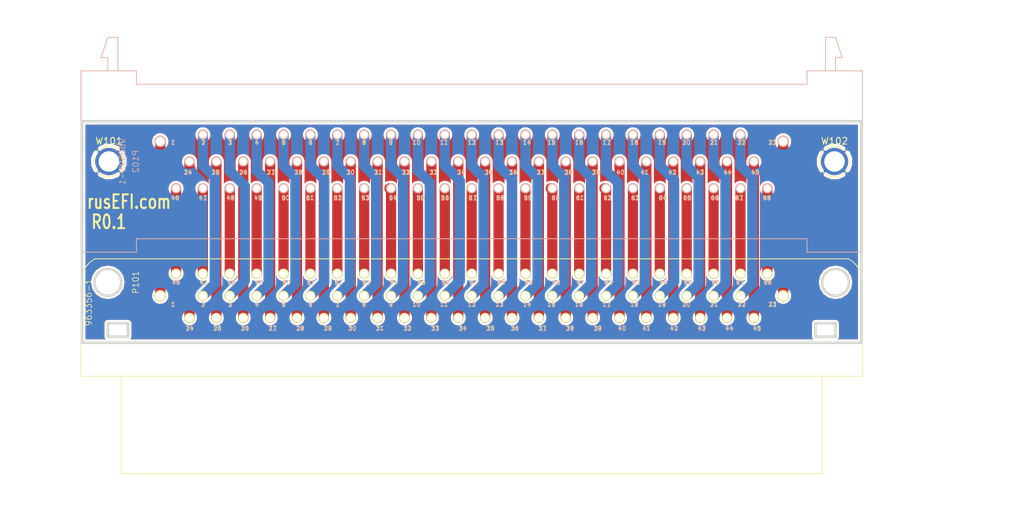
<source format=kicad_pcb>
(kicad_pcb (version 20221018) (generator pcbnew)
  (title_block (title "ECU adapter") (date "2017-12-16") (rev "R0.1") (company "DAECU for rusEFI"))
  (layers (0 "F.Cu" signal) (31 "B.Cu" signal) (34 "B.Paste" user) (35 "F.Paste" user) (36 "B.SilkS" user "B.Silkscreen") (37 "F.SilkS" user "F.Silkscreen") (38 "B.Mask" user) (39 "F.Mask" user) (44 "Edge.Cuts" user))
  (net 0 "")
  (net 1 "GND")
  (net 2 "Net-(P101-Pad48)")
  (net 3 "Net-(P101-Pad68)")
  (net 4 "Net-(P101-Pad67)")
  (net 5 "Net-(P101-Pad66)")
  (net 6 "Net-(P101-Pad65)")
  (net 7 "Net-(P101-Pad64)")
  (net 8 "Net-(P101-Pad63)")
  (net 9 "Net-(P101-Pad62)")
  (net 10 "Net-(P101-Pad61)")
  (net 11 "Net-(P101-Pad60)")
  (net 12 "Net-(P101-Pad59)")
  (net 13 "Net-(P101-Pad58)")
  (net 14 "Net-(P101-Pad57)")
  (net 15 "Net-(P101-Pad56)")
  (net 16 "Net-(P101-Pad55)")
  (net 17 "Net-(P101-Pad54)")
  (net 18 "Net-(P101-Pad53)")
  (net 19 "Net-(P101-Pad52)")
  (net 20 "Net-(P101-Pad51)")
  (net 21 "Net-(P101-Pad50)")
  (net 22 "Net-(P101-Pad49)")
  (net 23 "Net-(P101-Pad47)")
  (net 24 "Net-(P101-Pad46)")
  (net 25 "Net-(P101-Pad1)")
  (net 26 "Net-(P101-Pad2)")
  (net 27 "Net-(P101-Pad3)")
  (net 28 "Net-(P101-Pad4)")
  (net 29 "Net-(P101-Pad5)")
  (net 30 "Net-(P101-Pad6)")
  (net 31 "Net-(P101-Pad7)")
  (net 32 "Net-(P101-Pad8)")
  (net 33 "Net-(P101-Pad9)")
  (net 34 "Net-(P101-Pad10)")
  (net 35 "Net-(P101-Pad11)")
  (net 36 "Net-(P101-Pad12)")
  (net 37 "Net-(P101-Pad13)")
  (net 38 "Net-(P101-Pad14)")
  (net 39 "Net-(P101-Pad15)")
  (net 40 "Net-(P101-Pad16)")
  (net 41 "Net-(P101-Pad17)")
  (net 42 "Net-(P101-Pad18)")
  (net 43 "Net-(P101-Pad19)")
  (net 44 "Net-(P101-Pad20)")
  (net 45 "Net-(P101-Pad21)")
  (net 46 "Net-(P101-Pad22)")
  (net 47 "Net-(P101-Pad23)")
  (net 48 "Net-(P101-Pad24)")
  (net 49 "Net-(P101-Pad25)")
  (net 50 "Net-(P101-Pad26)")
  (net 51 "Net-(P101-Pad27)")
  (net 52 "Net-(P101-Pad28)")
  (net 53 "Net-(P101-Pad29)")
  (net 54 "Net-(P101-Pad30)")
  (net 55 "Net-(P101-Pad31)")
  (net 56 "Net-(P101-Pad32)")
  (net 57 "Net-(P101-Pad33)")
  (net 58 "Net-(P101-Pad34)")
  (net 59 "Net-(P101-Pad35)")
  (net 60 "Net-(P101-Pad36)")
  (net 61 "Net-(P101-Pad37)")
  (net 62 "Net-(P101-Pad38)")
  (net 63 "Net-(P101-Pad39)")
  (net 64 "Net-(P101-Pad40)")
  (net 65 "Net-(P101-Pad41)")
  (net 66 "Net-(P101-Pad42)")
  (net 67 "Net-(P101-Pad43)")
  (net 68 "Net-(P101-Pad44)")
  (net 69 "Net-(P101-Pad45)")
  (footprint "rusEFI_Lib:963356-1" (layer "F.Cu") (at 121 120)
    (fp_text reference "P101" (at -50 -2 270) (layer "F.SilkS") (effects (font (size 0.889 0.889) (thickness 0.1016))))
    (fp_text value "963356-1" (at -57 1 90) (layer "F.SilkS") (effects (font (size 0.889 0.889) (thickness 0.1016))))
    (fp_line (start -58.15 12) (end -58.15 -2) (stroke (width 0.127)) (layer "F.SilkS"))
    (fp_line (start -54.15 4.1) (end -54.15 6.1) (stroke (width 0.127)) (layer "F.SilkS"))
    (fp_line (start -54.15 6.1) (end -51.15 6.1) (stroke (width 0.127)) (layer "F.SilkS"))
    (fp_line (start -52.15 12) (end -52.15 26.5) (stroke (width 0.127)) (layer "F.SilkS"))
    (fp_line (start -52.15 26.5) (end 52.15 26.5) (stroke (width 0.127)) (layer "F.SilkS"))
    (fp_line (start -51.15 4.1) (end -54.15 4.1) (stroke (width 0.127)) (layer "F.SilkS"))
    (fp_line (start -51.15 6.1) (end -51.15 4.1) (stroke (width 0.127)) (layer "F.SilkS"))
    (fp_line (start 51.15 4.1) (end 54.15 4.1) (stroke (width 0.127)) (layer "F.SilkS"))
    (fp_line (start 51.15 6.1) (end 51.15 4.1) (stroke (width 0.127)) (layer "F.SilkS"))
    (fp_line (start 52.15 12) (end 52.15 26.5) (stroke (width 0.127)) (layer "F.SilkS"))
    (fp_line (start 54.15 4.1) (end 54.15 6.1) (stroke (width 0.127)) (layer "F.SilkS"))
    (fp_line (start 54.15 6.1) (end 51.15 6.1) (stroke (width 0.127)) (layer "F.SilkS"))
    (fp_line (start 56.07 -5.5) (end -56.07 -5.5) (stroke (width 0.127)) (layer "F.SilkS"))
    (fp_line (start 58.15 -2) (end 58.15 12) (stroke (width 0.127)) (layer "F.SilkS"))
    (fp_line (start 58.15 12) (end -58.15 12) (stroke (width 0.127)) (layer "F.SilkS"))
    (fp_arc (start -58.15 -2) (mid -57.596517 -4.030154) (end -56.089238 -5.498479) (stroke (width 0.127)) (layer "F.SilkS"))
    (fp_arc (start 56.089238 -5.498479) (mid 57.596516 -4.030154) (end 58.15 -2) (stroke (width 0.127)) (layer "F.SilkS"))
    (fp_circle (center -54.15 -2) (end -54.15 -4) (stroke (width 0.127)) (fill none) (layer "F.SilkS"))
    (fp_circle (center 54.15 -2) (end 54.15 -4) (stroke (width 0.127)) (fill none) (layer "F.SilkS"))
    (pad "1" thru_hole circle (at -46.35 0) (size 1.7 1.7) (drill 1.3) (layers "*.Cu" "*.Mask" "F.SilkS") (net 25 "Net-(P101-Pad1)"))
    (pad "2" thru_hole circle (at -40 0) (size 1.49954 1.49954) (drill 1.10076) (layers "*.Cu" "*.Mask" "F.SilkS") (net 26 "Net-(P101-Pad2)"))
    (pad "3" thru_hole circle (at -36 0) (size 1.49954 1.49954) (drill 1.10076) (layers "*.Cu" "*.Mask" "F.SilkS") (net 27 "Net-(P101-Pad3)"))
    (pad "4" thru_hole circle (at -32 0) (size 1.49954 1.49954) (drill 1.10076) (layers "*.Cu" "*.Mask" "F.SilkS") (net 28 "Net-(P101-Pad4)"))
    (pad "5" thru_hole circle (at -28 0) (size 1.49954 1.49954) (drill 1.10076) (layers "*.Cu" "*.Mask" "F.SilkS") (net 29 "Net-(P101-Pad5)"))
    (pad "6" thru_hole circle (at -24 0) (size 1.49954 1.49954) (drill 1.10076) (layers "*.Cu" "*.Mask" "F.SilkS") (net 30 "Net-(P101-Pad6)"))
    (pad "7" thru_hole circle (at -20 0) (size 1.49954 1.49954) (drill 1.10076) (layers "*.Cu" "*.Mask" "F.SilkS") (net 31 "Net-(P101-Pad7)"))
    (pad "8" thru_hole circle (at -16 0) (size 1.49954 1.49954) (drill 1.10076) (layers "*.Cu" "*.Mask" "F.SilkS") (net 32 "Net-(P101-Pad8)"))
    (pad "9" thru_hole circle (at -12 0) (size 1.49954 1.49954) (drill 1.10076) (layers "*.Cu" "*.Mask" "F.SilkS") (net 33 "Net-(P101-Pad9)"))
    (pad "10" thru_hole circle (at -8 0) (size 1.49954 1.49954) (drill 1.10076) (layers "*.Cu" "*.Mask" "F.SilkS") (net 34 "Net-(P101-Pad10)"))
    (pad "11" thru_hole circle (at -4 0) (size 1.49954 1.49954) (drill 1.10076) (layers "*.Cu" "*.Mask" "F.SilkS") (net 35 "Net-(P101-Pad11)"))
    (pad "12" thru_hole circle (at 0 0) (size 1.49954 1.49954) (drill 1.10076) (layers "*.Cu" "*.Mask" "F.SilkS") (net 36 "Net-(P101-Pad12)"))
    (pad "13" thru_hole circle (at 4 0) (size 1.49954 1.49954) (drill 1.10076) (layers "*.Cu" "*.Mask" "F.SilkS") (net 37 "Net-(P101-Pad13)"))
    (pad "14" thru_hole circle (at 8 0) (size 1.49954 1.49954) (drill 1.10076) (layers "*.Cu" "*.Mask" "F.SilkS") (net 38 "Net-(P101-Pad14)"))
    (pad "15" thru_hole circle (at 12 0) (size 1.49954 1.49954) (drill 1.10076) (layers "*.Cu" "*.Mask" "F.SilkS") (net 39 "Net-(P101-Pad15)"))
    (pad "16" thru_hole circle (at 16 0) (size 1.49954 1.49954) (drill 1.10076) (layers "*.Cu" "*.Mask" "F.SilkS") (net 40 "Net-(P101-Pad16)"))
    (pad "17" thru_hole circle (at 20 0) (size 1.49954 1.49954) (drill 1.10076) (layers "*.Cu" "*.Mask" "F.SilkS") (net 41 "Net-(P101-Pad17)"))
    (pad "18" thru_hole circle (at 24 0) (size 1.49954 1.49954) (drill 1.10076) (layers "*.Cu" "*.Mask" "F.SilkS") (net 42 "Net-(P101-Pad18)"))
    (pad "19" thru_hole circle (at 28 0) (size 1.49954 1.49954) (drill 1.10076) (layers "*.Cu" "*.Mask" "F.SilkS") (net 43 "Net-(P101-Pad19)"))
    (pad "20" thru_hole circle (at 32 0) (size 1.49954 1.49954) (drill 1.10076) (layers "*.Cu" "*.Mask" "F.SilkS") (net 44 "Net-(P101-Pad20)"))
    (pad "21" thru_hole circle (at 36 0) (size 1.49954 1.49954) (drill 1.10076) (layers "*.Cu" "*.Mask" "F.SilkS") (net 45 "Net-(P101-Pad21)"))
    (pad "22" thru_hole circle (at 40 0) (size 1.49954 1.49954) (drill 1.10076) (layers "*.Cu" "*.Mask" "F.SilkS") (net 46 "Net-(P101-Pad22)"))
    (pad "23" thru_hole circle (at 46.35 0) (size 1.7 1.7) (drill 1.3) (layers "*.Cu" "*.Mask" "F.SilkS") (net 47 "Net-(P101-Pad23)"))
    (pad "24" thru_hole circle (at -42 3.3 180) (size 1.49954 1.49954) (drill 1.10076) (layers "*.Cu" "*.Mask" "F.SilkS") (net 48 "Net-(P101-Pad24)"))
    (pad "25" thru_hole circle (at -38 3.3 180) (size 1.49954 1.49954) (drill 1.10076) (layers "*.Cu" "*.Mask" "F.SilkS") (net 49 "Net-(P101-Pad25)"))
    (pad "26" thru_hole circle (at -34 3.3 180) (size 1.49954 1.49954) (drill 1.10076) (layers "*.Cu" "*.Mask" "F.SilkS") (net 50 "Net-(P101-Pad26)"))
    (pad "27" thru_hole circle (at -30 3.3 180) (size 1.49954 1.49954) (drill 1.10076) (layers "*.Cu" "*.Mask" "F.SilkS") (net 51 "Net-(P101-Pad27)"))
    (pad "28" thru_hole circle (at -26 3.3 180) (size 1.49954 1.49954) (drill 1.10076) (layers "*.Cu" "*.Mask" "F.SilkS") (net 52 "Net-(P101-Pad28)"))
    (pad "29" thru_hole circle (at -22 3.3 180) (size 1.49954 1.49954) (drill 1.10076) (layers "*.Cu" "*.Mask" "F.SilkS") (net 53 "Net-(P101-Pad29)"))
    (pad "30" thru_hole circle (at -18 3.3 180) (size 1.49954 1.49954) (drill 1.10076) (layers "*.Cu" "*.Mask" "F.SilkS") (net 54 "Net-(P101-Pad30)"))
    (pad "31" thru_hole circle (at -14 3.3 180) (size 1.49954 1.49954) (drill 1.10076) (layers "*.Cu" "*.Mask" "F.SilkS") (net 55 "Net-(P101-Pad31)"))
    (pad "32" thru_hole circle (at -10 3.3 180) (size 1.49954 1.49954) (drill 1.10076) (layers "*.Cu" "*.Mask" "F.SilkS") (net 56 "Net-(P101-Pad32)"))
    (pad "33" thru_hole circle (at -6 3.3 180) (size 1.49954 1.49954) (drill 1.10076) (layers "*.Cu" "*.Mask" "F.SilkS") (net 57 "Net-(P101-Pad33)"))
    (pad "34" thru_hole circle (at -2 3.3 180) (size 1.49954 1.49954) (drill 1.10076) (layers "*.Cu" "*.Mask" "F.SilkS") (net 58 "Net-(P101-Pad34)"))
    (pad "35" thru_hole circle (at 2 3.3 180) (size 1.49954 1.49954) (drill 1.10076) (layers "*.Cu" "*.Mask" "F.SilkS") (net 59 "Net-(P101-Pad35)"))
    (pad "36" thru_hole circle (at 6 3.3 180) (size 1.49954 1.49954) (drill 1.10076) (layers "*.Cu" "*.Mask" "F.SilkS") (net 60 "Net-(P101-Pad36)"))
    (pad "37" thru_hole circle (at 10 3.3 180) (size 1.49954 1.49954) (drill 1.10076) (layers "*.Cu" "*.Mask" "F.SilkS") (net 61 "Net-(P101-Pad37)"))
    (pad "38" thru_hole circle (at 14 3.3 180) (size 1.49954 1.49954) (drill 1.10076) (layers "*.Cu" "*.Mask" "F.SilkS") (net 62 "Net-(P101-Pad38)"))
    (pad "39" thru_hole circle (at 18 3.3 180) (size 1.49954 1.49954) (drill 1.10076) (layers "*.Cu" "*.Mask" "F.SilkS") (net 63 "Net-(P101-Pad39)"))
    (pad "40" thru_hole circle (at 22 3.3 180) (size 1.49954 1.49954) (drill 1.10076) (layers "*.Cu" "*.Mask" "F.SilkS") (net 64 "Net-(P101-Pad40)"))
    (pad "41" thru_hole circle (at 26 3.3 180) (size 1.49954 1.49954) (drill 1.10076) (layers "*.Cu" "*.Mask" "F.SilkS") (net 65 "Net-(P101-Pad41)"))
    (pad "42" thru_hole circle (at 30 3.3 180) (size 1.49954 1.49954) (drill 1.10076) (layers "*.Cu" "*.Mask" "F.SilkS") (net 66 "Net-(P101-Pad42)"))
    (pad "43" thru_hole circle (at 34 3.3 180) (size 1.49954 1.49954) (drill 1.10076) (layers "*.Cu" "*.Mask" "F.SilkS") (net 67 "Net-(P101-Pad43)"))
    (pad "44" thru_hole circle (at 38 3.3 180) (size 1.49954 1.49954) (drill 1.10076) (layers "*.Cu" "*.Mask" "F.SilkS") (net 68 "Net-(P101-Pad44)"))
    (pad "45" thru_hole circle (at 42 3.3 180) (size 1.49954 1.49954) (drill 1.10076) (layers "*.Cu" "*.Mask" "F.SilkS") (net 69 "Net-(P101-Pad45)"))
    (pad "46" thru_hole circle (at -44 -3.3 180) (size 1.49954 1.49954) (drill 1.10076) (layers "*.Cu" "*.Mask" "F.SilkS") (net 24 "Net-(P101-Pad46)"))
    (pad "47" thru_hole circle (at -40 -3.3 180) (size 1.49954 1.49954) (drill 1.10076) (layers "*.Cu" "*.Mask" "F.SilkS") (net 23 "Net-(P101-Pad47)"))
    (pad "48" thru_hole circle (at -36 -3.3 180) (size 1.49954 1.49954) (drill 1.10076) (layers "*.Cu" "*.Mask" "F.SilkS") (net 2 "Net-(P101-Pad48)"))
    (pad "49" thru_hole circle (at -32 -3.3 180) (size 1.49954 1.49954) (drill 1.10076) (layers "*.Cu" "*.Mask" "F.SilkS") (net 22 "Net-(P101-Pad49)"))
    (pad "50" thru_hole circle (at -28 -3.3 180) (size 1.49954 1.49954) (drill 1.10076) (layers "*.Cu" "*.Mask" "F.SilkS") (net 21 "Net-(P101-Pad50)"))
    (pad "51" thru_hole circle (at -24 -3.3 180) (size 1.49954 1.49954) (drill 1.10076) (layers "*.Cu" "*.Mask" "F.SilkS") (net 20 "Net-(P101-Pad51)"))
    (pad "52" thru_hole circle (at -20 -3.3 180) (size 1.49954 1.49954) (drill 1.10076) (layers "*.Cu" "*.Mask" "F.SilkS") (net 19 "Net-(P101-Pad52)"))
    (pad "53" thru_hole circle (at -16 -3.3 180) (size 1.49954 1.49954) (drill 1.10076) (layers "*.Cu" "*.Mask" "F.SilkS") (net 18 "Net-(P101-Pad53)"))
    (pad "54" thru_hole circle (at -12 -3.3 180) (size 1.49954 1.49954) (drill 1.10076) (layers "*.Cu" "*.Mask" "F.SilkS") (net 17 "Net-(P101-Pad54)"))
    (pad "55" thru_hole circle (at -8 -3.3 180) (size 1.49954 1.49954) (drill 1.10076) (layers "*.Cu" "*.Mask" "F.SilkS") (net 16 "Net-(P101-Pad55)"))
    (pad "56" thru_hole circle (at -4 -3.3 180) (size 1.49954 1.49954) (drill 1.10076) (layers "*.Cu" "*.Mask" "F.SilkS") (net 15 "Net-(P101-Pad56)"))
    (pad "57" thru_hole circle (at 0 -3.3 180) (size 1.49954 1.49954) (drill 1.10076) (layers "*.Cu" "*.Mask" "F.SilkS") (net 14 "Net-(P101-Pad57)"))
    (pad "58" thru_hole circle (at 4 -3.3 180) (size 1.49954 1.49954) (drill 1.10076) (layers "*.Cu" "*.Mask" "F.SilkS") (net 13 "Net-(P101-Pad58)"))
    (pad "59" thru_hole circle (at 8 -3.3 180) (size 1.49954 1.49954) (drill 1.10076) (layers "*.Cu" "*.Mask" "F.SilkS") (net 12 "Net-(P101-Pad59)"))
    (pad "60" thru_hole circle (at 12 -3.3 180) (size 1.49954 1.49954) (drill 1.10076) (layers "*.Cu" "*.Mask" "F.SilkS") (net 11 "Net-(P101-Pad60)"))
    (pad "61" thru_hole circle (at 16 -3.3 180) (size 1.49954 1.49954) (drill 1.10076) (layers "*.Cu" "*.Mask" "F.SilkS") (net 10 "Net-(P101-Pad61)"))
    (pad "62" thru_hole circle (at 20 -3.3 180) (size 1.49954 1.49954) (drill 1.10076) (layers "*.Cu" "*.Mask" "F.SilkS") (net 9 "Net-(P101-Pad62)"))
    (pad "63" thru_hole circle (at 24 -3.3 180) (size 1.49954 1.49954) (drill 1.10076) (layers "*.Cu" "*.Mask" "F.SilkS") (net 8 "Net-(P101-Pad63)"))
    (pad "64" thru_hole circle (at 28 -3.3 180) (size 1.49954 1.49954) (drill 1.10076) (layers "*.Cu" "*.Mask" "F.SilkS") (net 7 "Net-(P101-Pad64)"))
    (pad "65" thru_hole circle (at 32 -3.3 180) (size 1.49954 1.49954) (drill 1.10076) (layers "*.Cu" "*.Mask" "F.SilkS") (net 6 "Net-(P101-Pad65)"))
    (pad "66" thru_hole circle (at 36 -3.3 180) (size 1.49954 1.49954) (drill 1.10076) (layers "*.Cu" "*.Mask" "F.SilkS") (net 5 "Net-(P101-Pad66)"))
    (pad "67" thru_hole circle (at 40 -3.3 180) (size 1.49954 1.49954) (drill 1.10076) (layers "*.Cu" "*.Mask" "F.SilkS") (net 4 "Net-(P101-Pad67)"))
    (pad "68" thru_hole circle (at 44 -3.3 180) (size 1.49954 1.49954) (drill 1.10076) (layers "*.Cu" "*.Mask" "F.SilkS") (net 3 "Net-(P101-Pad68)"))
  )
  (footprint "Connect:1pin" (layer "F.Cu") (at 67 100)
    (fp_text reference "W101" (at 0 -3.048) (layer "F.SilkS"))
    (fp_text value "TEST_1P" hide)
    (fp_circle (center 0 0) (end 0 -2.286) (stroke (width 0.12)) (fill none) (layer "F.SilkS"))
    (pad "1" thru_hole circle (at 0 0) (size 4.064 4.064) (drill 3.048) (layers "*.Cu" "*.Mask") (net 1 "GND"))
  )
  (footprint "Connect:1pin" (layer "F.Cu") (at 175 100)
    (fp_text reference "W102" (at 0 -3.048) (layer "F.SilkS"))
    (fp_text value "TEST_1P" hide)
    (fp_circle (center 0 0) (end 0 -2.286) (stroke (width 0.12)) (fill none) (layer "F.SilkS"))
    (pad "1" thru_hole circle (at 0 0) (size 4.064 4.064) (drill 3.048) (layers "*.Cu" "*.Mask") (net 1 "GND"))
  )
  (footprint "rusEFI_Lib:966595-1" (layer "B.Cu") (at 121 100)
    (fp_text reference "P102" (at -50 0 270) (layer "B.SilkS") (effects (font (size 0.889 0.889) (thickness 0.1016)) (justify mirror)))
    (fp_text value "966595-1" (at -52 0 270) (layer "B.SilkS") (effects (font (size 0.889 0.889) (thickness 0.1016)) (justify mirror)))
    (fp_line (start -58.15 -13.5) (end -58.15 13.5) (stroke (width 0.127)) (layer "B.SilkS"))
    (fp_line (start -58.15 13.5) (end -49.9 13.5) (stroke (width 0.127)) (layer "B.SilkS"))
    (fp_line (start -54.15 -18.5) (end -55.15 -15.5) (stroke (width 0.127)) (layer "B.SilkS"))
    (fp_line (start -54.15 -15.5) (end -55.15 -15.5) (stroke (width 0.127)) (layer "B.SilkS"))
    (fp_line (start -54.15 -15.5) (end -54.15 -13.5) (stroke (width 0.127)) (layer "B.SilkS"))
    (fp_line (start -52.65 -18.5) (end -54.15 -18.5) (stroke (width 0.127)) (layer "B.SilkS"))
    (fp_line (start -52.65 -18.5) (end -52.65 -13.5) (stroke (width 0.127)) (layer "B.SilkS"))
    (fp_line (start -49.9 -13.5) (end -58.15 -13.5) (stroke (width 0.127)) (layer "B.SilkS"))
    (fp_line (start -49.9 -13.5) (end -49.9 -11.5) (stroke (width 0.127)) (layer "B.SilkS"))
    (fp_line (start -49.9 -11.5) (end 49.9 -11.5) (stroke (width 0.127)) (layer "B.SilkS"))
    (fp_line (start -49.9 11.5) (end -49.9 13.5) (stroke (width 0.127)) (layer "B.SilkS"))
    (fp_line (start 49.9 -11.5) (end 49.9 -13.5) (stroke (width 0.127)) (layer "B.SilkS"))
    (fp_line (start 49.9 11.5) (end -49.9 11.5) (stroke (width 0.127)) (layer "B.SilkS"))
    (fp_line (start 49.9 13.5) (end 49.9 11.5) (stroke (width 0.127)) (layer "B.SilkS"))
    (fp_line (start 49.9 13.5) (end 58.15 13.5) (stroke (width 0.127)) (layer "B.SilkS"))
    (fp_line (start 52.65 -18.5) (end 52.65 -13.5) (stroke (width 0.127)) (layer "B.SilkS"))
    (fp_line (start 52.65 -18.5) (end 54.15 -18.5) (stroke (width 0.127)) (layer "B.SilkS"))
    (fp_line (start 54.15 -18.5) (end 55.15 -15.5) (stroke (width 0.127)) (layer "B.SilkS"))
    (fp_line (start 54.15 -15.5) (end 54.15 -13.5) (stroke (width 0.127)) (layer "B.SilkS"))
    (fp_line (start 54.15 -15.5) (end 55.15 -15.5) (stroke (width 0.127)) (layer "B.SilkS"))
    (fp_line (start 58.15 -13.5) (end 49.9 -13.5) (stroke (width 0.127)) (layer "B.SilkS"))
    (fp_line (start 58.15 13.5) (end 58.15 -13.5) (stroke (width 0.127)) (layer "B.SilkS"))
    (pad "1" thru_hole circle (at -46.35 -3) (size 1.7 1.7) (drill 1.3) (layers "*.Cu" "*.Mask" "B.SilkS") (net 25 "Net-(P101-Pad1)"))
    (pad "2" thru_hole circle (at -40 -4) (size 1.49954 1.49954) (drill 1.10076) (layers "*.Cu" "*.Mask" "B.SilkS") (net 26 "Net-(P101-Pad2)"))
    (pad "3" thru_hole circle (at -36 -4) (size 1.49954 1.49954) (drill 1.10076) (layers "*.Cu" "*.Mask" "B.SilkS") (net 27 "Net-(P101-Pad3)"))
    (pad "4" thru_hole circle (at -32 -4) (size 1.49954 1.49954) (drill 1.10076) (layers "*.Cu" "*.Mask" "B.SilkS") (net 28 "Net-(P101-Pad4)"))
    (pad "5" thru_hole circle (at -28 -4) (size 1.49954 1.49954) (drill 1.10076) (layers "*.Cu" "*.Mask" "B.SilkS") (net 29 "Net-(P101-Pad5)"))
    (pad "6" thru_hole circle (at -24 -4) (size 1.49954 1.49954) (drill 1.10076) (layers "*.Cu" "*.Mask" "B.SilkS") (net 30 "Net-(P101-Pad6)"))
    (pad "7" thru_hole circle (at -20 -4) (size 1.49954 1.49954) (drill 1.10076) (layers "*.Cu" "*.Mask" "B.SilkS") (net 31 "Net-(P101-Pad7)"))
    (pad "8" thru_hole circle (at -16 -4) (size 1.49954 1.49954) (drill 1.10076) (layers "*.Cu" "*.Mask" "B.SilkS") (net 32 "Net-(P101-Pad8)"))
    (pad "9" thru_hole circle (at -12 -4) (size 1.49954 1.49954) (drill 1.10076) (layers "*.Cu" "*.Mask" "B.SilkS") (net 33 "Net-(P101-Pad9)"))
    (pad "10" thru_hole circle (at -8 -4) (size 1.49954 1.49954) (drill 1.10076) (layers "*.Cu" "*.Mask" "B.SilkS") (net 34 "Net-(P101-Pad10)"))
    (pad "11" thru_hole circle (at -4 -4) (size 1.49954 1.49954) (drill 1.10076) (layers "*.Cu" "*.Mask" "B.SilkS") (net 35 "Net-(P101-Pad11)"))
    (pad "12" thru_hole circle (at 0 -4) (size 1.49954 1.49954) (drill 1.10076) (layers "*.Cu" "*.Mask" "B.SilkS") (net 36 "Net-(P101-Pad12)"))
    (pad "13" thru_hole circle (at 4 -4) (size 1.49954 1.49954) (drill 1.10076) (layers "*.Cu" "*.Mask" "B.SilkS") (net 37 "Net-(P101-Pad13)"))
    (pad "14" thru_hole circle (at 8 -4) (size 1.49954 1.49954) (drill 1.10076) (layers "*.Cu" "*.Mask" "B.SilkS") (net 38 "Net-(P101-Pad14)"))
    (pad "15" thru_hole circle (at 12 -4) (size 1.49954 1.49954) (drill 1.10076) (layers "*.Cu" "*.Mask" "B.SilkS") (net 39 "Net-(P101-Pad15)"))
    (pad "16" thru_hole circle (at 16 -4) (size 1.49954 1.49954) (drill 1.10076) (layers "*.Cu" "*.Mask" "B.SilkS") (net 40 "Net-(P101-Pad16)"))
    (pad "17" thru_hole circle (at 20 -4) (size 1.49954 1.49954) (drill 1.10076) (layers "*.Cu" "*.Mask" "B.SilkS") (net 41 "Net-(P101-Pad17)"))
    (pad "18" thru_hole circle (at 24 -4) (size 1.49954 1.49954) (drill 1.10076) (layers "*.Cu" "*.Mask" "B.SilkS") (net 42 "Net-(P101-Pad18)"))
    (pad "19" thru_hole circle (at 28 -4) (size 1.49954 1.49954) (drill 1.10076) (layers "*.Cu" "*.Mask" "B.SilkS") (net 43 "Net-(P101-Pad19)"))
    (pad "20" thru_hole circle (at 32 -4) (size 1.49954 1.49954) (drill 1.10076) (layers "*.Cu" "*.Mask" "B.SilkS") (net 44 "Net-(P101-Pad20)"))
    (pad "21" thru_hole circle (at 36 -4) (size 1.49954 1.49954) (drill 1.10076) (layers "*.Cu" "*.Mask" "B.SilkS") (net 45 "Net-(P101-Pad21)"))
    (pad "22" thru_hole circle (at 40 -4) (size 1.49954 1.49954) (drill 1.10076) (layers "*.Cu" "*.Mask" "B.SilkS") (net 46 "Net-(P101-Pad22)"))
    (pad "23" thru_hole circle (at 46.35 -3) (size 1.7 1.7) (drill 1.3) (layers "*.Cu" "*.Mask" "B.SilkS") (net 47 "Net-(P101-Pad23)"))
    (pad "24" thru_hole circle (at -42 0 180) (size 1.49954 1.49954) (drill 1.10076) (layers "*.Cu" "*.Mask" "B.SilkS") (net 48 "Net-(P101-Pad24)"))
    (pad "25" thru_hole circle (at -38 0 180) (size 1.49954 1.49954) (drill 1.10076) (layers "*.Cu" "*.Mask" "B.SilkS") (net 49 "Net-(P101-Pad25)"))
    (pad "26" thru_hole circle (at -34 0 180) (size 1.49954 1.49954) (drill 1.10076) (layers "*.Cu" "*.Mask" "B.SilkS") (net 50 "Net-(P101-Pad26)"))
    (pad "27" thru_hole circle (at -30 0 180) (size 1.49954 1.49954) (drill 1.10076) (layers "*.Cu" "*.Mask" "B.SilkS") (net 51 "Net-(P101-Pad27)"))
    (pad "28" thru_hole circle (at -26 0 180) (size 1.49954 1.49954) (drill 1.10076) (layers "*.Cu" "*.Mask" "B.SilkS") (net 52 "Net-(P101-Pad28)"))
    (pad "29" thru_hole circle (at -22 0 180) (size 1.49954 1.49954) (drill 1.10076) (layers "*.Cu" "*.Mask" "B.SilkS") (net 53 "Net-(P101-Pad29)"))
    (pad "30" thru_hole circle (at -18 0 180) (size 1.49954 1.49954) (drill 1.10076) (layers "*.Cu" "*.Mask" "B.SilkS") (net 54 "Net-(P101-Pad30)"))
    (pad "31" thru_hole circle (at -14 0 180) (size 1.49954 1.49954) (drill 1.10076) (layers "*.Cu" "*.Mask" "B.SilkS") (net 55 "Net-(P101-Pad31)"))
    (pad "32" thru_hole circle (at -10 0 180) (size 1.49954 1.49954) (drill 1.10076) (layers "*.Cu" "*.Mask" "B.SilkS") (net 56 "Net-(P101-Pad32)"))
    (pad "33" thru_hole circle (at -6 0 180) (size 1.49954 1.49954) (drill 1.10076) (layers "*.Cu" "*.Mask" "B.SilkS") (net 57 "Net-(P101-Pad33)"))
    (pad "34" thru_hole circle (at -2 0 180) (size 1.49954 1.49954) (drill 1.10076) (layers "*.Cu" "*.Mask" "B.SilkS") (net 58 "Net-(P101-Pad34)"))
    (pad "35" thru_hole circle (at 2 0 180) (size 1.49954 1.49954) (drill 1.10076) (layers "*.Cu" "*.Mask" "B.SilkS") (net 59 "Net-(P101-Pad35)"))
    (pad "36" thru_hole circle (at 6 0 180) (size 1.49954 1.49954) (drill 1.10076) (layers "*.Cu" "*.Mask" "B.SilkS") (net 60 "Net-(P101-Pad36)"))
    (pad "37" thru_hole circle (at 10 0 180) (size 1.49954 1.49954) (drill 1.10076) (layers "*.Cu" "*.Mask" "B.SilkS") (net 61 "Net-(P101-Pad37)"))
    (pad "38" thru_hole circle (at 14 0 180) (size 1.49954 1.49954) (drill 1.10076) (layers "*.Cu" "*.Mask" "B.SilkS") (net 62 "Net-(P101-Pad38)"))
    (pad "39" thru_hole circle (at 18 0 180) (size 1.49954 1.49954) (drill 1.10076) (layers "*.Cu" "*.Mask" "B.SilkS") (net 63 "Net-(P101-Pad39)"))
    (pad "40" thru_hole circle (at 22 0 180) (size 1.49954 1.49954) (drill 1.10076) (layers "*.Cu" "*.Mask" "B.SilkS") (net 64 "Net-(P101-Pad40)"))
    (pad "41" thru_hole circle (at 26 0 180) (size 1.49954 1.49954) (drill 1.10076) (layers "*.Cu" "*.Mask" "B.SilkS") (net 65 "Net-(P101-Pad41)"))
    (pad "42" thru_hole circle (at 30 0 180) (size 1.49954 1.49954) (drill 1.10076) (layers "*.Cu" "*.Mask" "B.SilkS") (net 66 "Net-(P101-Pad42)"))
    (pad "43" thru_hole circle (at 34 0 180) (size 1.49954 1.49954) (drill 1.10076) (layers "*.Cu" "*.Mask" "B.SilkS") (net 67 "Net-(P101-Pad43)"))
    (pad "44" thru_hole circle (at 38 0 180) (size 1.49954 1.49954) (drill 1.10076) (layers "*.Cu" "*.Mask" "B.SilkS") (net 68 "Net-(P101-Pad44)"))
    (pad "45" thru_hole circle (at 42 0 180) (size 1.49954 1.49954) (drill 1.10076) (layers "*.Cu" "*.Mask" "B.SilkS") (net 69 "Net-(P101-Pad45)"))
    (pad "46" thru_hole circle (at -44 4 180) (size 1.49954 1.49954) (drill 1.10076) (layers "*.Cu" "*.Mask" "B.SilkS") (net 24 "Net-(P101-Pad46)"))
    (pad "47" thru_hole circle (at -40 4 180) (size 1.49954 1.49954) (drill 1.10076) (layers "*.Cu" "*.Mask" "B.SilkS") (net 23 "Net-(P101-Pad47)"))
    (pad "48" thru_hole circle (at -36 4 180) (size 1.49954 1.49954) (drill 1.10076) (layers "*.Cu" "*.Mask" "B.SilkS") (net 2 "Net-(P101-Pad48)"))
    (pad "49" thru_hole circle (at -32 4 180) (size 1.49954 1.49954) (drill 1.10076) (layers "*.Cu" "*.Mask" "B.SilkS") (net 22 "Net-(P101-Pad49)"))
    (pad "50" thru_hole circle (at -28 4 180) (size 1.49954 1.49954) (drill 1.10076) (layers "*.Cu" "*.Mask" "B.SilkS") (net 21 "Net-(P101-Pad50)"))
    (pad "51" thru_hole circle (at -24 4 180) (size 1.49954 1.49954) (drill 1.10076) (layers "*.Cu" "*.Mask" "B.SilkS") (net 20 "Net-(P101-Pad51)"))
    (pad "52" thru_hole circle (at -20 4 180) (size 1.49954 1.49954) (drill 1.10076) (layers "*.Cu" "*.Mask" "B.SilkS") (net 19 "Net-(P101-Pad52)"))
    (pad "53" thru_hole circle (at -16 4 180) (size 1.49954 1.49954) (drill 1.10076) (layers "*.Cu" "*.Mask" "B.SilkS") (net 18 "Net-(P101-Pad53)"))
    (pad "54" thru_hole circle (at -12 4 180) (size 1.49954 1.49954) (drill 1.10076) (layers "*.Cu" "*.Mask" "B.SilkS") (net 17 "Net-(P101-Pad54)"))
    (pad "55" thru_hole circle (at -8 4 180) (size 1.49954 1.49954) (drill 1.10076) (layers "*.Cu" "*.Mask" "B.SilkS") (net 16 "Net-(P101-Pad55)"))
    (pad "56" thru_hole circle (at -4 4 180) (size 1.49954 1.49954) (drill 1.10076) (layers "*.Cu" "*.Mask" "B.SilkS") (net 15 "Net-(P101-Pad56)"))
    (pad "57" thru_hole circle (at 0 4 180) (size 1.49954 1.49954) (drill 1.10076) (layers "*.Cu" "*.Mask" "B.SilkS") (net 14 "Net-(P101-Pad57)"))
    (pad "58" thru_hole circle (at 4 4 180) (size 1.49954 1.49954) (drill 1.10076) (layers "*.Cu" "*.Mask" "B.SilkS") (net 13 "Net-(P101-Pad58)"))
    (pad "59" thru_hole circle (at 8 4 180) (size 1.49954 1.49954) (drill 1.10076) (layers "*.Cu" "*.Mask" "B.SilkS") (net 12 "Net-(P101-Pad59)"))
    (pad "60" thru_hole circle (at 12 4 180) (size 1.49954 1.49954) (drill 1.10076) (layers "*.Cu" "*.Mask" "B.SilkS") (net 11 "Net-(P101-Pad60)"))
    (pad "61" thru_hole circle (at 16 4 180) (size 1.49954 1.49954) (drill 1.10076) (layers "*.Cu" "*.Mask" "B.SilkS") (net 10 "Net-(P101-Pad61)"))
    (pad "62" thru_hole circle (at 20 4 180) (size 1.49954 1.49954) (drill 1.10076) (layers "*.Cu" "*.Mask" "B.SilkS") (net 9 "Net-(P101-Pad62)"))
    (pad "63" thru_hole circle (at 24 4 180) (size 1.49954 1.49954) (drill 1.10076) (layers "*.Cu" "*.Mask" "B.SilkS") (net 8 "Net-(P101-Pad63)"))
    (pad "64" thru_hole circle (at 28 4 180) (size 1.49954 1.49954) (drill 1.10076) (layers "*.Cu" "*.Mask" "B.SilkS") (net 7 "Net-(P101-Pad64)"))
    (pad "65" thru_hole circle (at 32 4 180) (size 1.49954 1.49954) (drill 1.10076) (layers "*.Cu" "*.Mask" "B.SilkS") (net 6 "Net-(P101-Pad65)"))
    (pad "66" thru_hole circle (at 36 4 180) (size 1.49954 1.49954) (drill 1.10076) (layers "*.Cu" "*.Mask" "B.SilkS") (net 5 "Net-(P101-Pad66)"))
    (pad "67" thru_hole circle (at 40 4 180) (size 1.49954 1.49954) (drill 1.10076) (layers "*.Cu" "*.Mask" "B.SilkS") (net 4 "Net-(P101-Pad67)"))
    (pad "68" thru_hole circle (at 44 4 180) (size 1.49954 1.49954) (drill 1.10076) (layers "*.Cu" "*.Mask" "B.SilkS") (net 3 "Net-(P101-Pad68)"))
  )
  (gr_line (start 66.85 124.1) (end 69.85 124.1) (stroke (width 0.381)) (layer "Edge.Cuts"))
  (gr_line (start 175.15 126.1) (end 172.15 126.1) (stroke (width 0.381)) (layer "Edge.Cuts"))
  (gr_circle (center 175.15 118) (end 175.15 116) (stroke (width 0.381)) (fill none) (layer "Edge.Cuts"))
  (gr_line (start 63 127) (end 179 127) (stroke (width 0.381)) (layer "Edge.Cuts"))
  (gr_line (start 179 94) (end 63 94) (stroke (width 0.381)) (layer "Edge.Cuts"))
  (gr_line (start 69.85 124.1) (end 69.85 126.1) (stroke (width 0.381)) (layer "Edge.Cuts"))
  (gr_line (start 172.15 126.1) (end 172.15 124.1) (stroke (width 0.381)) (layer "Edge.Cuts"))
  (gr_line (start 69.85 126.1) (end 66.85 126.1) (stroke (width 0.381)) (layer "Edge.Cuts"))
  (gr_line (start 175.15 124.1) (end 175.15 126.1) (stroke (width 0.381)) (layer "Edge.Cuts"))
  (gr_line (start 63 94) (end 63 127) (stroke (width 0.381)) (layer "Edge.Cuts"))
  (gr_circle (center 66.85 118) (end 66.85 116) (stroke (width 0.381)) (fill none) (layer "Edge.Cuts"))
  (gr_line (start 66.85 126.1) (end 66.85 124.1) (stroke (width 0.381)) (layer "Edge.Cuts"))
  (gr_line (start 172.15 124.1) (end 175.15 124.1) (stroke (width 0.381)) (layer "Edge.Cuts"))
  (gr_line (start 179 127) (end 179 94) (stroke (width 0.381)) (layer "Edge.Cuts"))
  (gr_text "24      25      26      27      28      29     30      31      32      33      34      35     36      37      38      39     40     41      42      43      44      45" (at 78.359 124.841 180) (layer "B.SilkS") (effects (font (size 0.635 0.635) (thickness 0.1016)) (justify left mirror)))
  (gr_text "46      47      48      49      50     51      52      53      54      55     56      57      58      59      60     61      62      63      64     65      66     67      68" (at 76.2 105.41 180) (layer "B.SilkS") (effects (font (size 0.635 0.635) (thickness 0.1016)) (justify left mirror)))
  (gr_text "46      47      48      49      50     51      52      53      54      55     56      57      58      59      60     61      62      63      64     65      66     67      68" (at 76.327 117.983 180) (layer "B.SilkS") (effects (font (size 0.635 0.635) (thickness 0.1016)) (justify left mirror)))
  (gr_text "24      25      26      27      28      29     30      31      32      33      34      35     36      37      38      39     40     41      42      43      44      45" (at 78.105 101.6 180) (layer "B.SilkS") (effects (font (size 0.635 0.635) (thickness 0.1016)) (justify left mirror)))
  (gr_text "1        2       3       4       5       6       7       8       9      10      11      12      13      14     15      16      17      18      19     20      21      22       23" (at 76.2 97.155 180) (layer "B.SilkS") (effects (font (size 0.635 0.635) (thickness 0.1016)) (justify left mirror)))
  (gr_text "1        2       3       4       5       6       7       8       9      10      11      12      13      14     15      16      17      18      19     20      21      22       23" (at 76.2 121.285 180) (layer "B.SilkS") (effects (font (size 0.635 0.635) (thickness 0.1016)) (justify left mirror)))
  (gr_text "rusEFI.com" (at 70 106) (layer "F.SilkS") (effects (font (size 2.032 1.524) (thickness 0.3048))))
  (gr_text "R0.1" (at 67 109) (layer "F.SilkS") (effects (font (size 2.032 1.524) (thickness 0.3048))))
  (gr_text "24      25      26      27      28      29     30      31      32      33      34      35     36      37      38      39     40     41      42      43      44      45" (at 78.105 101.6) (layer "F.SilkS") (effects (font (size 0.635 0.635) (thickness 0.1016)) (justify left)))
  (gr_text "1        2       3       4       5       6       7       8       9      10      11      12      13      14     15      16      17      18      19     20      21      22       23" (at 76.2 97.155) (layer "F.SilkS") (effects (font (size 0.635 0.635) (thickness 0.1016)) (justify left)))
  (gr_text "24      25      26      27      28      29     30      31      32      33      34      35     36      37      38      39     40     41      42      43      44      45" (at 78.359 124.841) (layer "F.SilkS") (effects (font (size 0.635 0.635) (thickness 0.1016)) (justify left)))
  (gr_text "46      47      48      49      50     51      52      53      54      55     56      57      58      59      60     61      62      63      64     65      66     67      68" (at 76.2 105.41) (layer "F.SilkS") (effects (font (size 0.635 0.635) (thickness 0.1016)) (justify left)))
  (gr_text "46      47      48      49      50     51      52      53      54      55     56      57      58      59      60     61      62      63      64     65      66     67      68" (at 76.327 117.983) (layer "F.SilkS") (effects (font (size 0.635 0.635) (thickness 0.1016)) (justify left)))
  (gr_text "1        2       3       4       5       6       7       8       9      10      11      12      13      14     15      16      17      18      19     20      21      22       23" (at 76.2 121.285) (layer "F.SilkS") (effects (font (size 0.635 0.635) (thickness 0.1016)) (justify left)))
  (segment (start 85 116.7) (end 85 104) (width 1.524) (layer "F.Cu") (net 2))
  (segment (start 165 116.7) (end 165 104) (width 1.524) (layer "F.Cu") (net 3))
  (segment (start 161 116.7) (end 161 104) (width 1.524) (layer "F.Cu") (net 4))
  (segment (start 157 116.7) (end 157 104) (width 1.524) (layer "F.Cu") (net 5))
  (segment (start 153 116.7) (end 153 104) (width 1.524) (layer "F.Cu") (net 6))
  (segment (start 149 116.7) (end 149 104) (width 1.524) (layer "F.Cu") (net 7))
  (segment (start 145 116.7) (end 145 104) (width 1.524) (layer "F.Cu") (net 8))
  (segment (start 141 104.221998) (end 140.778002 104) (width 1.524) (layer "F.Cu") (net 9))
  (segment (start 140.778002 104) (end 141 104) (width 1.524) (layer "F.Cu") (net 9))
  (segment (start 141 116.7) (end 141 104.221998) (width 1.524) (layer "F.Cu") (net 9))
  (segment (start 137 116.7) (end 137 104) (width 1.524) (layer "F.Cu") (net 10))
  (segment (start 133 104.221998) (end 132.778002 104) (width 1.524) (layer "F.Cu") (net 11))
  (segment (start 132.778002 104) (end 133 104) (width 1.524) (layer "F.Cu") (net 11))
  (segment (start 133 116.7) (end 133 104.221998) (width 1.524) (layer "F.Cu") (net 11))
  (segment (start 129 116.7) (end 129 104) (width 1.524) (layer "F.Cu") (net 12))
  (segment (start 125 116.7) (end 125 104) (width 1.524) (layer "F.Cu") (net 13))
  (segment (start 121 116.7) (end 121 104) (width 1.524) (layer "F.Cu") (net 14))
  (segment (start 117 116.7) (end 117 104) (width 1.524) (layer "F.Cu") (net 15))
  (segment (start 113 116.7) (end 113 104) (width 1.524) (layer "F.Cu") (net 16))
  (segment (start 109 104.221998) (end 108.778002 104) (width 1.524) (layer "F.Cu") (net 17))
  (segment (start 108.778002 104) (end 109 104) (width 1.524) (layer "F.Cu") (net 17))
  (segment (start 109 116.7) (end 109 104.221998) (width 1.524) (layer "F.Cu") (net 17))
  (segment (start 105 116.7) (end 105 104) (width 1.524) (layer "F.Cu") (net 18))
  (segment (start 101 116.7) (end 101 104) (width 1.524) (layer "F.Cu") (net 19))
  (segment (start 97 116.7) (end 97 104) (width 1.524) (layer "F.Cu") (net 20))
  (segment (start 93 116.7) (end 93 104) (width 1.524) (layer "F.Cu") (net 21))
  (segment (start 89 116.7) (end 89 104) (width 1.524) (layer "F.Cu") (net 22))
  (segment (start 81 116.7) (end 81 104) (width 1.524) (layer "F.Cu") (net 23))
  (segment (start 77 116.7) (end 77 104) (width 1.524) (layer "F.Cu") (net 24))
  (segment (start 74.65 120) (end 74.65 97) (width 1.524) (layer "F.Cu") (net 25))
  (segment (start 82.765771 118.234229) (end 82.765771 102.379113) (width 1.524) (layer "B.Cu") (net 26))
  (segment (start 81 120) (end 82.765771 118.234229) (width 1.524) (layer "B.Cu") (net 26))
  (segment (start 81 97.060334) (end 81 96) (width 1.524) (layer "B.Cu") (net 26))
  (segment (start 81 100.613342) (end 81 97.060334) (width 1.524) (layer "B.Cu") (net 26))
  (segment (start 82.765771 102.379113) (end 81 100.613342) (width 1.524) (layer "B.Cu") (net 26))
  (segment (start 87.234229 103.620887) (end 85 101.386658) (width 1.524) (layer "B.Cu") (net 27))
  (segment (start 85 97.060334) (end 85 96) (width 1.524) (layer "B.Cu") (net 27))
  (segment (start 85 101.386658) (end 85 97.060334) (width 1.524) (layer "B.Cu") (net 27))
  (segment (start 85 120) (end 87.234229 117.765771) (width 1.524) (layer "B.Cu") (net 27))
  (segment (start 87.234229 117.765771) (end 87.234229 103.620887) (width 1.524) (layer "B.Cu") (net 27))
  (segment (start 89 97.060334) (end 89 96) (width 1.524) (layer "B.Cu") (net 28))
  (segment (start 89 120) (end 90.765771 118.234229) (width 1.524) (layer "B.Cu") (net 28))
  (segment (start 90.765771 103.152429) (end 89 101.386658) (width 1.524) (layer "B.Cu") (net 28))
  (segment (start 89 101.386658) (end 89 97.060334) (width 1.524) (layer "B.Cu") (net 28))
  (segment (start 90.765771 118.234229) (end 90.765771 103.152429) (width 1.524) (layer "B.Cu") (net 28))
  (segment (start 93 97.060334) (end 93 96) (width 1.524) (layer "B.Cu") (net 29))
  (segment (start 94.765771 118.234229) (end 94.765771 102.379113) (width 1.524) (layer "B.Cu") (net 29))
  (segment (start 94.765771 102.379113) (end 93 100.613342) (width 1.524) (layer "B.Cu") (net 29))
  (segment (start 93 100.613342) (end 93 97.060334) (width 1.524) (layer "B.Cu") (net 29))
  (segment (start 93 120) (end 94.765771 118.234229) (width 1.524) (layer "B.Cu") (net 29))
  (segment (start 99.06 102.673342) (end 97 100.613342) (width 1.524) (layer "B.Cu") (net 30))
  (segment (start 97 120) (end 99.06 117.94) (width 1.524) (layer "B.Cu") (net 30))
  (segment (start 99.06 117.94) (end 99.06 102.673342) (width 1.524) (layer "B.Cu") (net 30))
  (segment (start 97 100.613342) (end 97 97.060334) (width 1.524) (layer "B.Cu") (net 30))
  (segment (start 97 97.060334) (end 97 96) (width 1.524) (layer "B.Cu") (net 30))
  (segment (start 101 120) (end 102.87 118.13) (width 1.524) (layer "B.Cu") (net 31))
  (segment (start 101 100.613342) (end 101 96) (width 1.524) (layer "B.Cu") (net 31))
  (segment (start 102.87 118.13) (end 102.87 102.483342) (width 1.524) (layer "B.Cu") (net 31))
  (segment (start 102.87 102.483342) (end 101 100.613342) (width 1.524) (layer "B.Cu") (net 31))
  (segment (start 106.765771 118.234229) (end 106.765771 102.379113) (width 1.524) (layer "B.Cu") (net 32))
  (segment (start 105 120) (end 106.765771 118.234229) (width 1.524) (layer "B.Cu") (net 32))
  (segment (start 105 100.613342) (end 105 97.060334) (width 1.524) (layer "B.Cu") (net 32))
  (segment (start 106.765771 102.379113) (end 105 100.613342) (width 1.524) (layer "B.Cu") (net 32))
  (segment (start 105 97.060334) (end 105 96) (width 1.524) (layer "B.Cu") (net 32))
  (segment (start 109 120) (end 110.765771 118.234229) (width 1.524) (layer "B.Cu") (net 33))
  (segment (start 109 100.613342) (end 109 97.060334) (width 1.524) (layer "B.Cu") (net 33))
  (segment (start 110.765771 118.234229) (end 110.765771 102.379113) (width 1.524) (layer "B.Cu") (net 33))
  (segment (start 109 97.060334) (end 109 96) (width 1.524) (layer "B.Cu") (net 33))
  (segment (start 110.765771 102.379113) (end 109 100.613342) (width 1.524) (layer "B.Cu") (net 33))
  (segment (start 113 101.386658) (end 113 97.060334) (width 1.524) (layer "B.Cu") (net 34))
  (segment (start 113 120) (end 114.765771 118.234229) (width 1.524) (layer "B.Cu") (net 34))
  (segment (start 114.765771 118.234229) (end 114.765771 103.152429) (width 1.524) (layer "B.Cu") (net 34))
  (segment (start 114.765771 103.152429) (end 113 101.386658) (width 1.524) (layer "B.Cu") (net 34))
  (segment (start 113 97.060334) (end 113 96) (width 1.524) (layer "B.Cu") (net 34))
  (segment (start 117 120) (end 119.234229 117.765771) (width 1.524) (layer "B.Cu") (net 35))
  (segment (start 119.234229 102.847571) (end 117 100.613342) (width 1.524) (layer "B.Cu") (net 35))
  (segment (start 119.234229 117.765771) (end 119.234229 102.847571) (width 1.524) (layer "B.Cu") (net 35))
  (segment (start 117 97.060334) (end 117 96) (width 1.524) (layer "B.Cu") (net 35))
  (segment (start 117 100.613342) (end 117 97.060334) (width 1.524) (layer "B.Cu") (net 35))
  (segment (start 121 120) (end 122.765771 118.234229) (width 1.524) (layer "B.Cu") (net 36))
  (segment (start 121 97.060334) (end 121 96) (width 1.524) (layer "B.Cu") (net 36))
  (segment (start 122.765771 102.379113) (end 121 100.613342) (width 1.524) (layer "B.Cu") (net 36))
  (segment (start 122.765771 118.234229) (end 122.765771 102.379113) (width 1.524) (layer "B.Cu") (net 36))
  (segment (start 121 100.613342) (end 121 97.060334) (width 1.524) (layer "B.Cu") (net 36))
  (segment (start 127 118) (end 127 102.613342) (width 1.524) (layer "B.Cu") (net 37))
  (segment (start 125 120) (end 127 118) (width 1.524) (layer "B.Cu") (net 37))
  (segment (start 127 102.613342) (end 125 100.613342) (width 1.524) (layer "B.Cu") (net 37))
  (segment (start 125 100.613342) (end 125 96) (width 1.524) (layer "B.Cu") (net 37))
  (segment (start 130.81 102.423342) (end 129 100.613342) (width 1.524) (layer "B.Cu") (net 38))
  (segment (start 129 120) (end 130.81 118.19) (width 1.524) (layer "B.Cu") (net 38))
  (segment (start 129 100.613342) (end 129 97.060334) (width 1.524) (layer "B.Cu") (net 38))
  (segment (start 130.81 118.19) (end 130.81 102.423342) (width 1.524) (layer "B.Cu") (net 38))
  (segment (start 129 97.060334) (end 129 96) (width 1.524) (layer "B.Cu") (net 38))
  (segment (start 133 97.060334) (end 133 96) (width 1.524) (layer "B.Cu") (net 39))
  (segment (start 133 120) (end 134.765771 118.234229) (width 1.524) (layer "B.Cu") (net 39))
  (segment (start 133 100.613342) (end 133 97.060334) (width 1.524) (layer "B.Cu") (net 39))
  (segment (start 134.765771 102.379113) (end 133 100.613342) (width 1.524) (layer "B.Cu") (net 39))
  (segment (start 134.765771 118.234229) (end 134.765771 102.379113) (width 1.524) (layer "B.Cu") (net 39))
  (segment (start 138.765771 118.234229) (end 138.765771 102.379113) (width 1.524) (layer "B.Cu") (net 40))
  (segment (start 137 100.613342) (end 137 97.060334) (width 1.524) (layer "B.Cu") (net 40))
  (segment (start 137 120) (end 138.765771 118.234229) (width 1.524) (layer "B.Cu") (net 40))
  (segment (start 138.765771 102.379113) (end 137 100.613342) (width 1.524) (layer "B.Cu") (net 40))
  (segment (start 137 97.060334) (end 137 96) (width 1.524) (layer "B.Cu") (net 40))
  (segment (start 141 97.060334) (end 141 96) (width 1.524) (layer "B.Cu") (net 41))
  (segment (start 141 120) (end 142.765771 118.234229) (width 1.524) (layer "B.Cu") (net 41))
  (segment (start 141 101.386658) (end 141 97.060334) (width 1.524) (layer "B.Cu") (net 41))
  (segment (start 142.765771 118.234229) (end 142.765771 103.152429) (width 1.524) (layer "B.Cu") (net 41))
  (segment (start 142.765771 103.152429) (end 141 101.386658) (width 1.524) (layer "B.Cu") (net 41))
  (segment (start 145 97.060334) (end 145 96) (width 1.524) (layer "B.Cu") (net 42))
  (segment (start 145 120) (end 146.765771 118.234229) (width 1.524) (layer "B.Cu") (net 42))
  (segment (start 145 100.613342) (end 145 97.060334) (width 1.524) (layer "B.Cu") (net 42))
  (segment (start 146.765771 118.234229) (end 146.765771 102.379113) (width 1.524) (layer "B.Cu") (net 42))
  (segment (start 146.765771 102.379113) (end 145 100.613342) (width 1.524) (layer "B.Cu") (net 42))
  (segment (start 149 97.060334) (end 149 96) (width 1.524) (layer "B.Cu") (net 43))
  (segment (start 151.13 102.743342) (end 149 100.613342) (width 1.524) (layer "B.Cu") (net 43))
  (segment (start 151.13 117.87) (end 151.13 102.743342) (width 1.524) (layer "B.Cu") (net 43))
  (segment (start 149 100.613342) (end 149 97.060334) (width 1.524) (layer "B.Cu") (net 43))
  (segment (start 149 120) (end 151.13 117.87) (width 1.524) (layer "B.Cu") (net 43))
  (segment (start 154.765771 102.379113) (end 153 100.613342) (width 1.524) (layer "B.Cu") (net 44))
  (segment (start 153 120) (end 154.765771 118.234229) (width 1.524) (layer "B.Cu") (net 44))
  (segment (start 153 97.060334) (end 153 96) (width 1.524) (layer "B.Cu") (net 44))
  (segment (start 153 100.613342) (end 153 97.060334) (width 1.524) (layer "B.Cu") (net 44))
  (segment (start 154.765771 118.234229) (end 154.765771 102.379113) (width 1.524) (layer "B.Cu") (net 44))
  (segment (start 157 120) (end 158.765771 118.234229) (width 1.524) (layer "B.Cu") (net 45))
  (segment (start 157 96) (end 157 100.613342) (width 1.524) (layer "B.Cu") (net 45))
  (segment (start 158.765771 102.379113) (end 157 100.613342) (width 1.524) (layer "B.Cu") (net 45))
  (segment (start 157 100.613342) (end 157 97.060334) (width 1.524) (layer "B.Cu") (net 45))
  (segment (start 158.765771 118.234229) (end 158.765771 102.379113) (width 1.524) (layer "B.Cu") (net 45))
  (segment (start 157 97.060334) (end 157 96) (width 1.524) (layer "B.Cu") (net 45))
  (segment (start 161 120) (end 162.765771 118.234229) (width 1.524) (layer "B.Cu") (net 46))
  (segment (start 162.765771 102.379113) (end 161 100.613342) (width 1.524) (layer "B.Cu") (net 46))
  (segment (start 161 97.060334) (end 161 96) (width 1.524) (layer "B.Cu") (net 46))
  (segment (start 161 100.613342) (end 161 97.060334) (width 1.524) (layer "B.Cu") (net 46))
  (segment (start 162.765771 118.234229) (end 162.765771 102.379113) (width 1.524) (layer "B.Cu") (net 46))
  (segment (start 167.35 120) (end 167.35 97) (width 1.524) (layer "F.Cu") (net 47))
  (segment (start 79 123.3) (end 79 100) (width 1.524) (layer "F.Cu") (net 48))
  (segment (start 83 123.3) (end 83 100) (width 1.524) (layer "F.Cu") (net 49))
  (segment (start 87 123.3) (end 87 100) (width 1.524) (layer "F.Cu") (net 50))
  (segment (start 91 123.3) (end 91 100) (width 1.524) (layer "F.Cu") (net 51))
  (segment (start 95 123.3) (end 95 100) (width 1.524) (layer "F.Cu") (net 52))
  (segment (start 99 123.3) (end 99 100) (width 1.524) (layer "F.Cu") (net 53))
  (segment (start 103 123.3) (end 103 100) (width 1.524) (layer "F.Cu") (net 54))
  (segment (start 107 123.3) (end 107 100) (width 1.524) (layer "F.Cu") (net 55))
  (segment (start 111 123.3) (end 111 100) (width 1.524) (layer "F.Cu") (net 56))
  (segment (start 115 123.3) (end 115 100) (width 1.524) (layer "F.Cu") (net 57))
  (segment (start 119 123.3) (end 119 100) (width 1.524) (layer "F.Cu") (net 58))
  (segment (start 123 123.3) (end 123 100) (width 1.524) (layer "F.Cu") (net 59))
  (segment (start 127 123.3) (end 127 100) (width 1.524) (layer "F.Cu") (net 60))
  (segment (start 131 123.3) (end 131 100) (width 1.524) (layer "F.Cu") (net 61))
  (segment (start 135 123.3) (end 135 100) (width 1.524) (layer "F.Cu") (net 62))
  (segment (start 139 123.3) (end 139 100) (width 1.524) (layer "F.Cu") (net 63))
  (segment (start 143 123.3) (end 143 100) (width 1.524) (layer "F.Cu") (net 64))
  (segment (start 147 123.3) (end 147 100) (width 1.524) (layer "F.Cu") (net 65))
  (segment (start 151 123.3) (end 151 100) (width 1.524) (layer "F.Cu") (net 66))
  (segment (start 155 123.3) (end 155 100) (width 1.524) (layer "F.Cu") (net 67))
  (segment (start 159 123.3) (end 159 100) (width 1.524) (layer "F.Cu") (net 68))
  (segment (start 163 123.3) (end 163 100) (width 1.524) (layer "F.Cu") (net 69))
  (zone (net 1) (net_name "GND") (layer "F.Cu") (connect_pads (clearance 0.2159)) (min_thickness 0.2159) (fill yes (thermal_gap 0.508) (thermal_bridge_width 0.508))
    (polygon (pts (xy 53.34 91.44) (xy 200.66 91.44) (xy 200.66 149.86) (xy 53.34 149.86)))
  )
  (zone (net 1) (net_name "GND") (layer "B.Cu") (connect_pads (clearance 0.2159)) (min_thickness 0.2159) (fill yes (thermal_gap 0.508) (thermal_bridge_width 0.508))
    (polygon (pts (xy 50.8 88.9) (xy 203.2 88.9) (xy 203.2 152.4) (xy 50.8 152.4)))
  )
)
</source>
